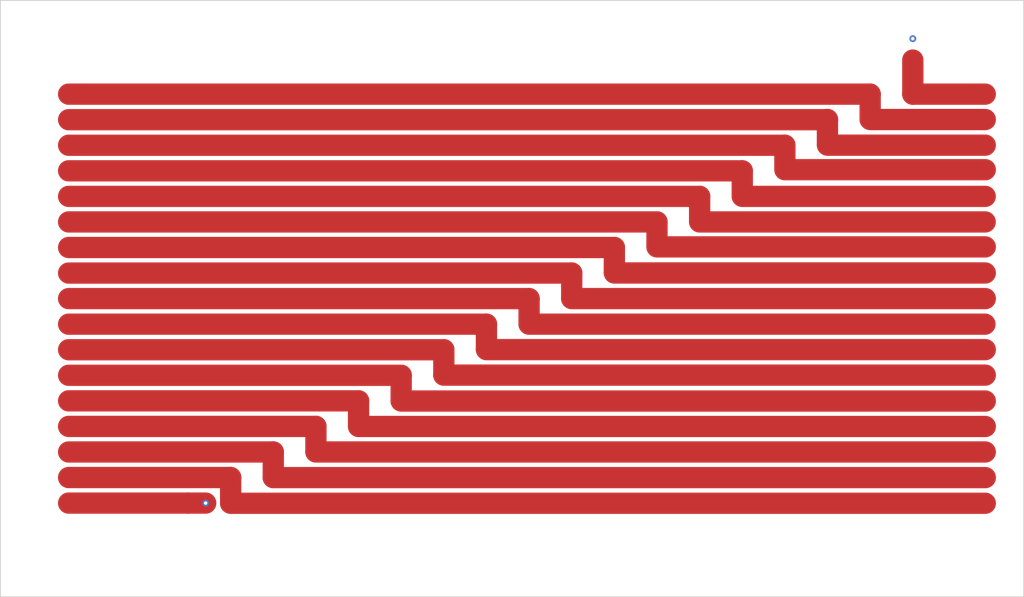
<source format=kicad_pcb>
(kicad_pcb (version 20171130) (host pcbnew 5.1.6-c6e7f7d~86~ubuntu18.04.1)

  (general
    (thickness 1.6)
    (drawings 39)
    (tracks 91)
    (zones 0)
    (modules 0)
    (nets 1)
  )

  (page A4)
  (layers
    (0 F.Cu signal)
    (1 in1.Cu signal)
    (2 In2.Cu signal)
    (31 B.Cu signal)
    (32 B.Adhes user)
    (33 F.Adhes user)
    (34 B.Paste user)
    (35 F.Paste user)
    (36 B.SilkS user)
    (37 F.SilkS user)
    (38 B.Mask user)
    (39 F.Mask user)
    (40 Dwgs.User user)
    (41 Cmts.User user)
    (42 Eco1.User user)
    (43 Eco2.User user)
    (44 Edge.Cuts user)
    (45 Margin user)
    (46 B.CrtYd user)
    (47 F.CrtYd user)
    (48 B.Fab user)
    (49 F.Fab user)
  )

  (setup
    (last_trace_width 0.25)
    (trace_clearance 0.2)
    (zone_clearance 0.508)
    (zone_45_only no)
    (trace_min 0.2)
    (via_size 0.8)
    (via_drill 0.4)
    (via_min_size 0.4)
    (via_min_drill 0.3)
    (uvia_size 0.3)
    (uvia_drill 0.1)
    (uvias_allowed no)
    (uvia_min_size 0.2)
    (uvia_min_drill 0.1)
    (edge_width 0.1)
    (segment_width 0.2)
    (pcb_text_width 0.3)
    (pcb_text_size 1.5 1.5)
    (mod_edge_width 0.15)
    (mod_text_size 1 1)
    (mod_text_width 0.15)
    (pad_size 2.5 2.5)
    (pad_drill 1.88)
    (pad_to_mask_clearance 0)
    (aux_axis_origin 0 0)
    (visible_elements FFFFEF7F)
    (pcbplotparams
      (layerselection 0x010fc_ffffffff)
      (usegerberextensions false)
      (usegerberattributes false)
      (usegerberadvancedattributes false)
      (creategerberjobfile false)
      (excludeedgelayer true)
      (linewidth 0.100000)
      (plotframeref false)
      (viasonmask false)
      (mode 1)
      (useauxorigin false)
      (hpglpennumber 1)
      (hpglpenspeed 20)
      (hpglpendiameter 15.000000)
      (psnegative false)
      (psa4output false)
      (plotreference true)
      (plotvalue true)
      (plotinvisibletext false)
      (padsonsilk false)
      (subtractmaskfromsilk false)
      (outputformat 1)
      (mirror false)
      (drillshape 1)
      (scaleselection 1)
      (outputdirectory ""))
  )

  (net 0 "")

  (net_class Default "This is the default net class."
    (clearance 0.2)
    (trace_width 0.25)
    (via_dia 0.8)
    (via_drill 0.4)
    (uvia_dia 0.3)
    (uvia_drill 0.1)
  )

  (gr_poly (pts (xy 120.8 20.64) (xy 119.21 20.64) (xy 119.21 19.61) (xy 120.8 19.61)) (layer F.Mask) (width 0.1))
  (gr_poly (pts (xy 26.02 22.71) (xy 26.02 25.12) (xy 19.67 25.12) (xy 19.67 22.67) (xy 25.98 22.67)) (layer F.Mask) (width 0.1) (tstamp 5F510FCA))
  (gr_poly (pts (xy 26.02 25.71) (xy 26.02 28.12) (xy 19.67 28.12) (xy 19.67 25.67) (xy 25.98 25.67)) (layer F.Mask) (width 0.1) (tstamp 5F510FC9))
  (gr_poly (pts (xy 26.02 28.71) (xy 26.02 31.12) (xy 19.67 31.12) (xy 19.67 28.67) (xy 25.98 28.67)) (layer F.Mask) (width 0.1) (tstamp 5F510FC8))
  (gr_poly (pts (xy 26.02 31.71) (xy 26.02 34.12) (xy 19.67 34.12) (xy 19.67 31.67) (xy 25.98 31.67)) (layer F.Mask) (width 0.1) (tstamp 5F510FC7))
  (gr_poly (pts (xy 26.02 34.71) (xy 26.02 37.12) (xy 19.67 37.12) (xy 19.67 34.67) (xy 25.98 34.67)) (layer F.Mask) (width 0.1) (tstamp 5F510FC6))
  (gr_poly (pts (xy 26.02 37.71) (xy 26.02 40.12) (xy 19.67 40.12) (xy 19.67 37.67) (xy 25.98 37.67)) (layer F.Mask) (width 0.1) (tstamp 5F510FC5))
  (gr_poly (pts (xy 26.02 40.71) (xy 26.02 43.12) (xy 19.67 43.12) (xy 19.67 40.67) (xy 25.98 40.67)) (layer F.Mask) (width 0.1) (tstamp 5F510FC4))
  (gr_poly (pts (xy 26.02 43.71) (xy 26.02 46.12) (xy 19.67 46.12) (xy 19.67 43.67) (xy 25.98 43.67)) (layer F.Mask) (width 0.1) (tstamp 5F510FC3))
  (gr_poly (pts (xy 26.02 46.71) (xy 26.02 49.12) (xy 19.67 49.12) (xy 19.67 46.67) (xy 25.98 46.67)) (layer F.Mask) (width 0.1) (tstamp 5F510FC2))
  (gr_poly (pts (xy 26.02 64.71) (xy 26.02 67.12) (xy 19.67 67.12) (xy 19.67 64.67) (xy 25.98 64.67)) (layer F.Mask) (width 0.1) (tstamp 5F510FC1))
  (gr_poly (pts (xy 26.02 67.71) (xy 26.02 70.12) (xy 19.67 70.12) (xy 19.67 67.67) (xy 25.98 67.67)) (layer F.Mask) (width 0.1) (tstamp 5F510FC0))
  (gr_poly (pts (xy 26.02 70.71) (xy 26.02 73.12) (xy 19.67 73.12) (xy 19.67 70.67) (xy 25.98 70.67)) (layer F.Mask) (width 0.1) (tstamp 5F510FBF))
  (gr_poly (pts (xy 26.02 49.71) (xy 26.02 52.12) (xy 19.67 52.12) (xy 19.67 49.67) (xy 25.98 49.67)) (layer F.Mask) (width 0.1) (tstamp 5F510FBE))
  (gr_poly (pts (xy 26.02 52.71) (xy 26.02 55.12) (xy 19.67 55.12) (xy 19.67 52.67) (xy 25.98 52.67)) (layer F.Mask) (width 0.1) (tstamp 5F510FBD))
  (gr_poly (pts (xy 26.02 55.71) (xy 26.02 58.12) (xy 19.67 58.12) (xy 19.67 55.67) (xy 25.98 55.67)) (layer F.Mask) (width 0.1) (tstamp 5F510FBC))
  (gr_poly (pts (xy 26.02 58.71) (xy 26.02 61.12) (xy 19.67 61.12) (xy 19.67 58.67) (xy 25.98 58.67)) (layer F.Mask) (width 0.1) (tstamp 5F510FBB))
  (gr_poly (pts (xy 26.02 61.71) (xy 26.02 64.12) (xy 19.67 64.12) (xy 19.67 61.67) (xy 25.98 61.67)) (layer F.Mask) (width 0.1) (tstamp 5F510FBA))
  (gr_poly (pts (xy 129.81 28.71) (xy 129.81 31.12) (xy 123.46 31.12) (xy 123.46 28.67) (xy 129.77 28.67)) (layer F.Mask) (width 0.1) (tstamp 5F510F02))
  (gr_poly (pts (xy 129.81 31.71) (xy 129.81 34.12) (xy 123.46 34.12) (xy 123.46 31.67) (xy 129.77 31.67)) (layer F.Mask) (width 0.1) (tstamp 5F510F01))
  (gr_poly (pts (xy 129.81 34.71) (xy 129.81 37.12) (xy 123.46 37.12) (xy 123.46 34.67) (xy 129.77 34.67)) (layer F.Mask) (width 0.1) (tstamp 5F510F00))
  (gr_poly (pts (xy 129.81 37.71) (xy 129.81 40.12) (xy 123.46 40.12) (xy 123.46 37.67) (xy 129.77 37.67)) (layer F.Mask) (width 0.1) (tstamp 5F510EFF))
  (gr_poly (pts (xy 129.81 40.71) (xy 129.81 43.12) (xy 123.46 43.12) (xy 123.46 40.67) (xy 129.77 40.67)) (layer F.Mask) (width 0.1) (tstamp 5F510EFE))
  (gr_poly (pts (xy 129.81 43.71) (xy 129.81 46.12) (xy 123.46 46.12) (xy 123.46 43.67) (xy 129.77 43.67)) (layer F.Mask) (width 0.1) (tstamp 5F510EFD))
  (gr_poly (pts (xy 129.81 46.71) (xy 129.81 49.12) (xy 123.46 49.12) (xy 123.46 46.67) (xy 129.77 46.67)) (layer F.Mask) (width 0.1) (tstamp 5F510EFC))
  (gr_poly (pts (xy 129.81 49.71) (xy 129.81 52.12) (xy 123.46 52.12) (xy 123.46 49.67) (xy 129.77 49.67)) (layer F.Mask) (width 0.1) (tstamp 5F510EFB))
  (gr_poly (pts (xy 129.81 70.71) (xy 129.81 73.12) (xy 123.46 73.12) (xy 123.46 70.67) (xy 129.77 70.67)) (layer F.Mask) (width 0.1) (tstamp 5F510EFA))
  (gr_poly (pts (xy 129.81 67.71) (xy 129.81 70.12) (xy 123.46 70.12) (xy 123.46 67.67) (xy 129.77 67.67)) (layer F.Mask) (width 0.1) (tstamp 5F510EF9))
  (gr_poly (pts (xy 129.81 22.71) (xy 129.81 25.12) (xy 123.46 25.12) (xy 123.46 22.67) (xy 129.77 22.67)) (layer F.Mask) (width 0.1) (tstamp 5F510EF8))
  (gr_poly (pts (xy 129.81 25.71) (xy 129.81 28.12) (xy 123.46 28.12) (xy 123.46 25.67) (xy 129.77 25.67)) (layer F.Mask) (width 0.1) (tstamp 5F510EF7))
  (gr_poly (pts (xy 129.81 61.71) (xy 129.81 64.12) (xy 123.46 64.12) (xy 123.46 61.67) (xy 129.77 61.67)) (layer F.Mask) (width 0.1) (tstamp 5F510EF6))
  (gr_poly (pts (xy 129.81 55.71) (xy 129.81 58.12) (xy 123.46 58.12) (xy 123.46 55.67) (xy 129.77 55.67)) (layer F.Mask) (width 0.1) (tstamp 5F510EF5))
  (gr_poly (pts (xy 129.81 58.71) (xy 129.81 61.12) (xy 123.46 61.12) (xy 123.46 58.67) (xy 129.77 58.67)) (layer F.Mask) (width 0.1) (tstamp 5F510EF4))
  (gr_poly (pts (xy 129.81 64.71) (xy 129.81 67.12) (xy 123.46 67.12) (xy 123.46 64.67) (xy 129.77 64.67)) (layer F.Mask) (width 0.1) (tstamp 5F510EF3))
  (gr_poly (pts (xy 129.81 52.71) (xy 129.81 55.12) (xy 123.46 55.12) (xy 123.46 52.67) (xy 129.77 52.67)) (layer F.Mask) (width 0.1) (tstamp 5F510EF2))
  (gr_line (start 13 83) (end 133 83) (layer Edge.Cuts) (width 0.1))
  (gr_line (start 133 13) (end 133 83) (layer Edge.Cuts) (width 0.1))
  (gr_line (start 13 13) (end 13 83) (layer Edge.Cuts) (width 0.1))
  (gr_line (start 13 13) (end 133 13) (layer Edge.Cuts) (width 0.1))

  (segment (start 21 24) (end 115 24) (width 2.5) (layer F.Cu) (net 0))
  (segment (start 21 27) (end 110 27) (width 2.5) (layer F.Cu) (net 0) (tstamp 5E5FEC6C))
  (segment (start 21 30) (end 105 30) (width 2.5) (layer F.Cu) (net 0) (tstamp 5E5FEC6E))
  (segment (start 21 33) (end 100 33) (width 2.5) (layer F.Cu) (net 0) (tstamp 5E5FEC70))
  (segment (start 21 36) (end 95 36) (width 2.5) (layer F.Cu) (net 0) (tstamp 5E5FEC72))
  (segment (start 21 39) (end 90 39) (width 2.5) (layer F.Cu) (net 0) (tstamp 5E5FEC74))
  (segment (start 21 42) (end 85 42) (width 2.5) (layer F.Cu) (net 0) (tstamp 5E5FEC76))
  (segment (start 21 45) (end 80 45) (width 2.5) (layer F.Cu) (net 0) (tstamp 5E5FEC78))
  (segment (start 21 48) (end 75 48) (width 2.5) (layer F.Cu) (net 0) (tstamp 5E5FEC7A))
  (segment (start 21 51) (end 70 51) (width 2.5) (layer F.Cu) (net 0) (tstamp 5E5FEC7C))
  (segment (start 21 54) (end 65 54) (width 2.5) (layer F.Cu) (net 0) (tstamp 5E5FEC7E))
  (segment (start 21 57) (end 60 57) (width 2.5) (layer F.Cu) (net 0) (tstamp 5E5FEC80))
  (segment (start 21 60) (end 55 60) (width 2.5) (layer F.Cu) (net 0) (tstamp 5E5FEC82))
  (segment (start 21 63) (end 50 63) (width 2.5) (layer F.Cu) (net 0) (tstamp 5E5FEC84))
  (segment (start 21 66) (end 45 66) (width 2.5) (layer F.Cu) (net 0) (tstamp 5E5FEC86))
  (segment (start 21 69) (end 40 69) (width 2.5) (layer F.Cu) (net 0) (tstamp 5E5FEC88))
  (segment (start 21 72) (end 35 72) (width 2.5) (layer F.Cu) (net 0) (tstamp 5E5FEC8A))
  (segment (start 115 24) (end 115 26.75) (width 2.5) (layer F.Cu) (net 0))
  (segment (start 115 26.75) (end 115.31 27.06) (width 0.25) (layer F.Cu) (net 0))
  (segment (start 115 26.98) (end 128.5 26.98) (width 2.5) (layer F.Cu) (net 0))
  (segment (start 110 29.99) (end 128.5 29.99) (width 2.5) (layer F.Cu) (net 0) (tstamp 5F50ED10))
  (segment (start 109.99 26.97) (end 109.99 29.95) (width 2.5) (layer F.Cu) (net 0))
  (segment (start 112.05 29.98) (end 112.13 29.9) (width 0.25) (layer F.Cu) (net 0))
  (segment (start 105 32.87) (end 128.5 32.87) (width 2.5) (layer F.Cu) (net 0) (tstamp 5F50EE43))
  (segment (start 105 30) (end 105 32.6) (width 2.5) (layer F.Cu) (net 0))
  (segment (start 120 24) (end 128.5 24) (width 2.5) (layer F.Cu) (net 0) (tstamp 5F50EF03))
  (segment (start 100 36) (end 128.49 36) (width 2.5) (layer F.Cu) (net 0) (tstamp 5F50F09A))
  (segment (start 100 33) (end 100 35.65) (width 2.5) (layer F.Cu) (net 0))
  (segment (start 95 39) (end 128.49 39) (width 2.5) (layer F.Cu) (net 0) (tstamp 5F50F50F))
  (segment (start 95 36) (end 95 38.74) (width 2.5) (layer F.Cu) (net 0))
  (segment (start 90 41.93) (end 128.5 41.93) (width 2.5) (layer F.Cu) (net 0) (tstamp 5F50F604))
  (segment (start 90 39) (end 90 41.77) (width 2.5) (layer F.Cu) (net 0))
  (segment (start 85 44.99) (end 128.5 44.99) (width 2.5) (layer F.Cu) (net 0) (tstamp 5F50F6C8))
  (segment (start 85 42) (end 85 44.86) (width 2.5) (layer F.Cu) (net 0))
  (segment (start 80 48) (end 128.5 48) (width 2.5) (layer F.Cu) (net 0) (tstamp 5F50F77A))
  (segment (start 80 45) (end 80 47.95) (width 2.5) (layer F.Cu) (net 0))
  (segment (start 75 51) (end 128.46 51) (width 2.5) (layer F.Cu) (net 0) (tstamp 5F50F842))
  (segment (start 75 48) (end 75 50.96) (width 2.5) (layer F.Cu) (net 0))
  (segment (start 70 53.99) (end 128.5 53.99) (width 2.5) (layer F.Cu) (net 0) (tstamp 5F50F9BB))
  (segment (start 70 51) (end 70 53.93) (width 2.5) (layer F.Cu) (net 0))
  (segment (start 65 56.98) (end 128.5 56.98) (width 2.5) (layer F.Cu) (net 0) (tstamp 5F50FA69))
  (segment (start 65 54) (end 65 56.96) (width 2.5) (layer F.Cu) (net 0))
  (segment (start 60 60.02) (end 128.5 60.02) (width 2.5) (layer F.Cu) (net 0) (tstamp 5F50FDFD))
  (segment (start 60 57) (end 60 59.96) (width 2.5) (layer F.Cu) (net 0))
  (segment (start 55 63.01) (end 128.5 63.01) (width 2.5) (layer F.Cu) (net 0) (tstamp 5F51003E))
  (segment (start 55 60) (end 55 62.91) (width 2.5) (layer F.Cu) (net 0))
  (segment (start 50 66) (end 128.5 66) (width 2.5) (layer F.Cu) (net 0) (tstamp 5F5100AB))
  (segment (start 50 63) (end 50 65.97) (width 2.5) (layer F.Cu) (net 0))
  (segment (start 45 69.01) (end 128.5 69.01) (width 2.5) (layer F.Cu) (net 0) (tstamp 5F510130))
  (segment (start 45 66) (end 45 68.99) (width 2.5) (layer F.Cu) (net 0))
  (segment (start 40 72.02) (end 128.5 72.02) (width 2.5) (layer F.Cu) (net 0) (tstamp 5F5101B7))
  (segment (start 40 69) (end 40 72) (width 2.5) (layer F.Cu) (net 0))
  (segment (start 120 24) (end 120 20) (width 2.5) (layer F.Cu) (net 0))
  (segment (start 40 72) (end 40 69) (width 2.5) (layer in1.Cu) (net 0))
  (segment (start 39.97 69) (end 44.97 69) (width 2.5) (layer in1.Cu) (net 0))
  (segment (start 45.04 69) (end 45.06 68.98) (width 0.25) (layer in1.Cu) (net 0))
  (segment (start 44.98 69.03) (end 44.98 66) (width 2.5) (layer in1.Cu) (net 0))
  (segment (start 44.98 66) (end 50 66) (width 2.5) (layer in1.Cu) (net 0))
  (segment (start 50.02 66.02) (end 50.02 63) (width 2.5) (layer in1.Cu) (net 0))
  (segment (start 50.02 63) (end 55 63) (width 2.5) (layer in1.Cu) (net 0))
  (segment (start 55 63) (end 55 60) (width 2.5) (layer in1.Cu) (net 0))
  (segment (start 55 60) (end 60.03 60) (width 2.5) (layer in1.Cu) (net 0))
  (segment (start 60.01 59.99) (end 60.01 56.99) (width 2.5) (layer in1.Cu) (net 0))
  (segment (start 60 57) (end 65 57) (width 2.5) (layer in1.Cu) (net 0))
  (segment (start 65 57) (end 65 54) (width 2.5) (layer in1.Cu) (net 0))
  (segment (start 65 54) (end 70 54) (width 2.5) (layer in1.Cu) (net 0))
  (segment (start 70 54) (end 70 51) (width 2.5) (layer in1.Cu) (net 0))
  (segment (start 70 51) (end 75 51) (width 2.5) (layer in1.Cu) (net 0))
  (segment (start 75 51) (end 75 48) (width 2.5) (layer in1.Cu) (net 0))
  (segment (start 75 48) (end 80 48) (width 2.5) (layer in1.Cu) (net 0))
  (segment (start 80 48) (end 80 45) (width 2.5) (layer in1.Cu) (net 0))
  (segment (start 80 45) (end 85 45) (width 2.5) (layer in1.Cu) (net 0))
  (segment (start 85 45) (end 85 42) (width 2.5) (layer in1.Cu) (net 0))
  (segment (start 85 42) (end 90 42) (width 2.5) (layer in1.Cu) (net 0))
  (segment (start 90 42) (end 90 39) (width 2.5) (layer in1.Cu) (net 0))
  (segment (start 90 39) (end 95 39) (width 2.5) (layer in1.Cu) (net 0))
  (segment (start 95 39) (end 95 36) (width 2.5) (layer in1.Cu) (net 0))
  (segment (start 95 36) (end 100 36) (width 2.5) (layer in1.Cu) (net 0))
  (segment (start 100 36) (end 100 33) (width 2.5) (layer in1.Cu) (net 0))
  (segment (start 100 33) (end 105 33) (width 2.5) (layer in1.Cu) (net 0))
  (segment (start 105 33) (end 105 30) (width 2.5) (layer in1.Cu) (net 0))
  (segment (start 105 30) (end 110 30) (width 2.5) (layer in1.Cu) (net 0))
  (segment (start 110 30) (end 110 27) (width 2.5) (layer in1.Cu) (net 0))
  (segment (start 110 27) (end 115 27) (width 2.5) (layer in1.Cu) (net 0))
  (segment (start 115 27) (end 115 24) (width 2.5) (layer in1.Cu) (net 0))
  (segment (start 115 24) (end 120 24) (width 2.5) (layer in1.Cu) (net 0))
  (via (at 120 17.49) (size 0.8) (drill 0.4) (layers F.Cu B.Cu) (net 0))
  (segment (start 120 24) (end 120 17.49) (width 2.5) (layer in1.Cu) (net 0))
  (via (at 37.07 72) (size 0.8) (drill 0.4) (layers F.Cu B.Cu) (net 0))
  (segment (start 35 72) (end 37.07 72) (width 2.5) (layer F.Cu) (net 0))
  (segment (start 37.07 72) (end 40 72) (width 2.5) (layer in1.Cu) (net 0))

)

</source>
